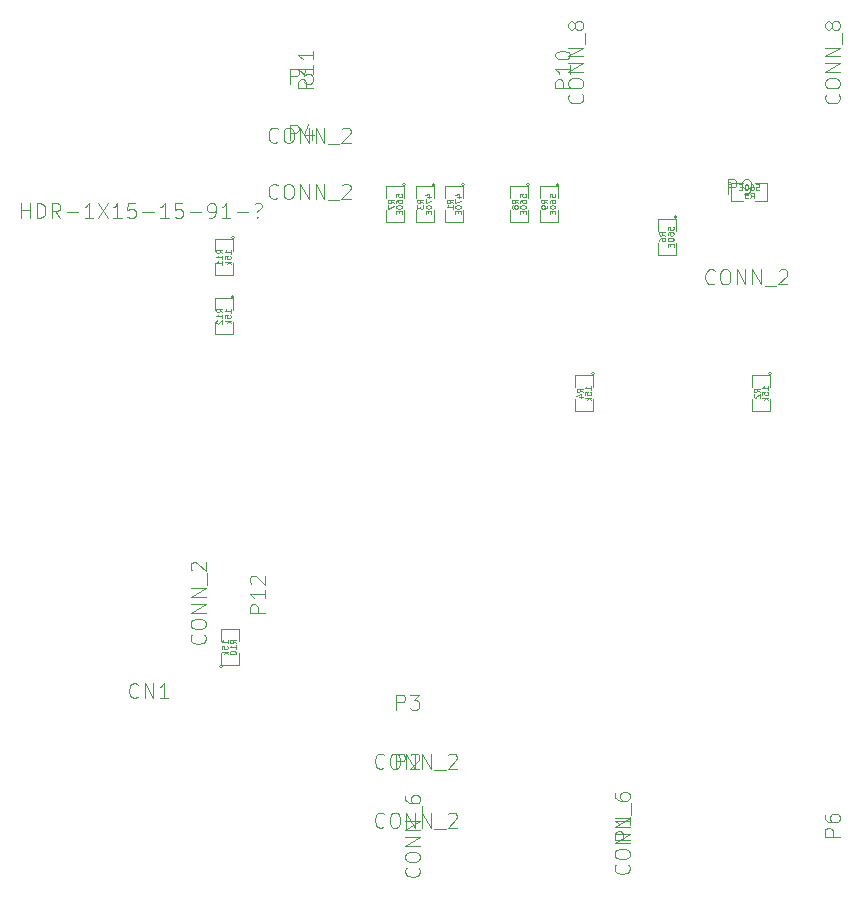
<source format=gbo>
G04 (created by PCBNEW (2013-07-07 BZR 4022)-stable) date 19-01-2019 19:24:24*
%MOIN*%
G04 Gerber Fmt 3.4, Leading zero omitted, Abs format*
%FSLAX34Y34*%
G01*
G70*
G90*
G04 APERTURE LIST*
%ADD10C,0.00590551*%
%ADD11C,0.0039*%
%ADD12C,0.0043*%
%ADD13C,0.0035*%
G04 APERTURE END LIST*
G54D10*
G54D11*
X82830Y-54271D02*
G75*
G03X82830Y-54271I-50J0D01*
G74*
G01*
X82780Y-54721D02*
X82780Y-54321D01*
X82780Y-54321D02*
X82180Y-54321D01*
X82180Y-54321D02*
X82180Y-54721D01*
X82180Y-55121D02*
X82180Y-55521D01*
X82180Y-55521D02*
X82780Y-55521D01*
X82780Y-55521D02*
X82780Y-55121D01*
X64916Y-51712D02*
G75*
G03X64916Y-51712I-50J0D01*
G74*
G01*
X64866Y-52162D02*
X64866Y-51762D01*
X64866Y-51762D02*
X64266Y-51762D01*
X64266Y-51762D02*
X64266Y-52162D01*
X64266Y-52562D02*
X64266Y-52962D01*
X64266Y-52962D02*
X64866Y-52962D01*
X64866Y-52962D02*
X64866Y-52562D01*
X64916Y-49743D02*
G75*
G03X64916Y-49743I-50J0D01*
G74*
G01*
X64866Y-50193D02*
X64866Y-49793D01*
X64866Y-49793D02*
X64266Y-49793D01*
X64266Y-49793D02*
X64266Y-50193D01*
X64266Y-50593D02*
X64266Y-50993D01*
X64266Y-50993D02*
X64866Y-50993D01*
X64866Y-50993D02*
X64866Y-50593D01*
X76924Y-54271D02*
G75*
G03X76924Y-54271I-50J0D01*
G74*
G01*
X76874Y-54721D02*
X76874Y-54321D01*
X76874Y-54321D02*
X76274Y-54321D01*
X76274Y-54321D02*
X76274Y-54721D01*
X76274Y-55121D02*
X76274Y-55521D01*
X76274Y-55521D02*
X76874Y-55521D01*
X76874Y-55521D02*
X76874Y-55121D01*
X64513Y-64035D02*
G75*
G03X64513Y-64035I-50J0D01*
G74*
G01*
X64463Y-63585D02*
X64463Y-63985D01*
X64463Y-63985D02*
X65063Y-63985D01*
X65063Y-63985D02*
X65063Y-63585D01*
X65063Y-63185D02*
X65063Y-62785D01*
X65063Y-62785D02*
X64463Y-62785D01*
X64463Y-62785D02*
X64463Y-63185D01*
X71609Y-47972D02*
G75*
G03X71609Y-47972I-50J0D01*
G74*
G01*
X71559Y-48422D02*
X71559Y-48022D01*
X71559Y-48022D02*
X70959Y-48022D01*
X70959Y-48022D02*
X70959Y-48422D01*
X70959Y-48822D02*
X70959Y-49222D01*
X70959Y-49222D02*
X71559Y-49222D01*
X71559Y-49222D02*
X71559Y-48822D01*
X72594Y-47972D02*
G75*
G03X72594Y-47972I-50J0D01*
G74*
G01*
X72544Y-48422D02*
X72544Y-48022D01*
X72544Y-48022D02*
X71944Y-48022D01*
X71944Y-48022D02*
X71944Y-48422D01*
X71944Y-48822D02*
X71944Y-49222D01*
X71944Y-49222D02*
X72544Y-49222D01*
X72544Y-49222D02*
X72544Y-48822D01*
X74759Y-47972D02*
G75*
G03X74759Y-47972I-50J0D01*
G74*
G01*
X74709Y-48422D02*
X74709Y-48022D01*
X74709Y-48022D02*
X74109Y-48022D01*
X74109Y-48022D02*
X74109Y-48422D01*
X74109Y-48822D02*
X74109Y-49222D01*
X74109Y-49222D02*
X74709Y-49222D01*
X74709Y-49222D02*
X74709Y-48822D01*
X75743Y-47972D02*
G75*
G03X75743Y-47972I-50J0D01*
G74*
G01*
X75693Y-48422D02*
X75693Y-48022D01*
X75693Y-48022D02*
X75093Y-48022D01*
X75093Y-48022D02*
X75093Y-48422D01*
X75093Y-48822D02*
X75093Y-49222D01*
X75093Y-49222D02*
X75693Y-49222D01*
X75693Y-49222D02*
X75693Y-48822D01*
X70625Y-47972D02*
G75*
G03X70625Y-47972I-50J0D01*
G74*
G01*
X70575Y-48422D02*
X70575Y-48022D01*
X70575Y-48022D02*
X69975Y-48022D01*
X69975Y-48022D02*
X69975Y-48422D01*
X69975Y-48822D02*
X69975Y-49222D01*
X69975Y-49222D02*
X70575Y-49222D01*
X70575Y-49222D02*
X70575Y-48822D01*
X81486Y-47928D02*
G75*
G03X81486Y-47928I-50J0D01*
G74*
G01*
X81886Y-47928D02*
X81486Y-47928D01*
X81486Y-47928D02*
X81486Y-48528D01*
X81486Y-48528D02*
X81886Y-48528D01*
X82286Y-48528D02*
X82686Y-48528D01*
X82686Y-48528D02*
X82686Y-47928D01*
X82686Y-47928D02*
X82286Y-47928D01*
X79680Y-49054D02*
G75*
G03X79680Y-49054I-50J0D01*
G74*
G01*
X79630Y-49504D02*
X79630Y-49104D01*
X79630Y-49104D02*
X79030Y-49104D01*
X79030Y-49104D02*
X79030Y-49504D01*
X79030Y-49904D02*
X79030Y-50304D01*
X79030Y-50304D02*
X79630Y-50304D01*
X79630Y-50304D02*
X79630Y-49904D01*
G54D12*
X82435Y-54888D02*
X82341Y-54822D01*
X82435Y-54775D02*
X82238Y-54775D01*
X82238Y-54850D01*
X82247Y-54869D01*
X82256Y-54879D01*
X82275Y-54888D01*
X82303Y-54888D01*
X82322Y-54879D01*
X82331Y-54869D01*
X82341Y-54850D01*
X82341Y-54775D01*
X82256Y-54963D02*
X82247Y-54972D01*
X82238Y-54991D01*
X82238Y-55038D01*
X82247Y-55057D01*
X82256Y-55066D01*
X82275Y-55076D01*
X82294Y-55076D01*
X82322Y-55066D01*
X82435Y-54954D01*
X82435Y-55076D01*
X82710Y-54803D02*
X82710Y-54691D01*
X82710Y-54747D02*
X82513Y-54747D01*
X82541Y-54728D01*
X82559Y-54710D01*
X82569Y-54691D01*
X82513Y-54982D02*
X82513Y-54888D01*
X82606Y-54879D01*
X82597Y-54888D01*
X82588Y-54907D01*
X82588Y-54954D01*
X82597Y-54972D01*
X82606Y-54982D01*
X82625Y-54991D01*
X82672Y-54991D01*
X82691Y-54982D01*
X82700Y-54972D01*
X82710Y-54954D01*
X82710Y-54907D01*
X82700Y-54888D01*
X82691Y-54879D01*
X82710Y-55076D02*
X82513Y-55076D01*
X82635Y-55094D02*
X82710Y-55151D01*
X82578Y-55151D02*
X82653Y-55076D01*
X64521Y-52235D02*
X64427Y-52169D01*
X64521Y-52122D02*
X64324Y-52122D01*
X64324Y-52198D01*
X64334Y-52216D01*
X64343Y-52226D01*
X64362Y-52235D01*
X64390Y-52235D01*
X64409Y-52226D01*
X64418Y-52216D01*
X64427Y-52198D01*
X64427Y-52122D01*
X64521Y-52423D02*
X64521Y-52310D01*
X64521Y-52366D02*
X64324Y-52366D01*
X64352Y-52348D01*
X64371Y-52329D01*
X64380Y-52310D01*
X64343Y-52498D02*
X64334Y-52507D01*
X64324Y-52526D01*
X64324Y-52573D01*
X64334Y-52592D01*
X64343Y-52601D01*
X64362Y-52610D01*
X64380Y-52610D01*
X64409Y-52601D01*
X64521Y-52488D01*
X64521Y-52610D01*
X64796Y-52244D02*
X64796Y-52132D01*
X64796Y-52188D02*
X64599Y-52188D01*
X64627Y-52169D01*
X64646Y-52151D01*
X64655Y-52132D01*
X64599Y-52423D02*
X64599Y-52329D01*
X64693Y-52319D01*
X64684Y-52329D01*
X64674Y-52348D01*
X64674Y-52395D01*
X64684Y-52413D01*
X64693Y-52423D01*
X64712Y-52432D01*
X64759Y-52432D01*
X64777Y-52423D01*
X64787Y-52413D01*
X64796Y-52395D01*
X64796Y-52348D01*
X64787Y-52329D01*
X64777Y-52319D01*
X64796Y-52516D02*
X64599Y-52516D01*
X64721Y-52535D02*
X64796Y-52592D01*
X64665Y-52592D02*
X64740Y-52516D01*
X64521Y-50267D02*
X64427Y-50201D01*
X64521Y-50154D02*
X64324Y-50154D01*
X64324Y-50229D01*
X64334Y-50248D01*
X64343Y-50257D01*
X64362Y-50267D01*
X64390Y-50267D01*
X64409Y-50257D01*
X64418Y-50248D01*
X64427Y-50229D01*
X64427Y-50154D01*
X64521Y-50454D02*
X64521Y-50342D01*
X64521Y-50398D02*
X64324Y-50398D01*
X64352Y-50379D01*
X64371Y-50360D01*
X64380Y-50342D01*
X64521Y-50642D02*
X64521Y-50529D01*
X64521Y-50586D02*
X64324Y-50586D01*
X64352Y-50567D01*
X64371Y-50548D01*
X64380Y-50529D01*
X64796Y-50276D02*
X64796Y-50163D01*
X64796Y-50220D02*
X64599Y-50220D01*
X64627Y-50201D01*
X64646Y-50182D01*
X64655Y-50163D01*
X64599Y-50454D02*
X64599Y-50360D01*
X64693Y-50351D01*
X64684Y-50360D01*
X64674Y-50379D01*
X64674Y-50426D01*
X64684Y-50445D01*
X64693Y-50454D01*
X64712Y-50464D01*
X64759Y-50464D01*
X64777Y-50454D01*
X64787Y-50445D01*
X64796Y-50426D01*
X64796Y-50379D01*
X64787Y-50360D01*
X64777Y-50351D01*
X64796Y-50548D02*
X64599Y-50548D01*
X64721Y-50567D02*
X64796Y-50623D01*
X64665Y-50623D02*
X64740Y-50548D01*
X76529Y-54888D02*
X76435Y-54822D01*
X76529Y-54775D02*
X76332Y-54775D01*
X76332Y-54850D01*
X76341Y-54869D01*
X76351Y-54879D01*
X76370Y-54888D01*
X76398Y-54888D01*
X76416Y-54879D01*
X76426Y-54869D01*
X76435Y-54850D01*
X76435Y-54775D01*
X76398Y-55057D02*
X76529Y-55057D01*
X76323Y-55010D02*
X76463Y-54963D01*
X76463Y-55085D01*
X76804Y-54803D02*
X76804Y-54691D01*
X76804Y-54747D02*
X76607Y-54747D01*
X76635Y-54728D01*
X76654Y-54710D01*
X76663Y-54691D01*
X76607Y-54982D02*
X76607Y-54888D01*
X76701Y-54879D01*
X76691Y-54888D01*
X76682Y-54907D01*
X76682Y-54954D01*
X76691Y-54972D01*
X76701Y-54982D01*
X76720Y-54991D01*
X76767Y-54991D01*
X76785Y-54982D01*
X76795Y-54972D01*
X76804Y-54954D01*
X76804Y-54907D01*
X76795Y-54888D01*
X76785Y-54879D01*
X76804Y-55076D02*
X76607Y-55076D01*
X76729Y-55094D02*
X76804Y-55151D01*
X76673Y-55151D02*
X76748Y-55076D01*
X64968Y-63259D02*
X64874Y-63193D01*
X64968Y-63146D02*
X64771Y-63146D01*
X64771Y-63221D01*
X64780Y-63240D01*
X64790Y-63249D01*
X64809Y-63259D01*
X64837Y-63259D01*
X64855Y-63249D01*
X64865Y-63240D01*
X64874Y-63221D01*
X64874Y-63146D01*
X64968Y-63446D02*
X64968Y-63334D01*
X64968Y-63390D02*
X64771Y-63390D01*
X64799Y-63371D01*
X64818Y-63352D01*
X64827Y-63334D01*
X64771Y-63568D02*
X64771Y-63587D01*
X64780Y-63606D01*
X64790Y-63615D01*
X64809Y-63625D01*
X64846Y-63634D01*
X64893Y-63634D01*
X64930Y-63625D01*
X64949Y-63615D01*
X64959Y-63606D01*
X64968Y-63587D01*
X64968Y-63568D01*
X64959Y-63549D01*
X64949Y-63540D01*
X64930Y-63531D01*
X64893Y-63521D01*
X64846Y-63521D01*
X64809Y-63531D01*
X64790Y-63540D01*
X64780Y-63549D01*
X64771Y-63568D01*
X64693Y-63268D02*
X64693Y-63155D01*
X64693Y-63212D02*
X64496Y-63212D01*
X64524Y-63193D01*
X64543Y-63174D01*
X64552Y-63155D01*
X64496Y-63446D02*
X64496Y-63352D01*
X64590Y-63343D01*
X64580Y-63352D01*
X64571Y-63371D01*
X64571Y-63418D01*
X64580Y-63437D01*
X64590Y-63446D01*
X64609Y-63456D01*
X64655Y-63456D01*
X64674Y-63446D01*
X64684Y-63437D01*
X64693Y-63418D01*
X64693Y-63371D01*
X64684Y-63352D01*
X64674Y-63343D01*
X64693Y-63540D02*
X64496Y-63540D01*
X64618Y-63559D02*
X64693Y-63615D01*
X64562Y-63615D02*
X64637Y-63540D01*
G54D13*
X61715Y-65044D02*
X61691Y-65068D01*
X61620Y-65092D01*
X61572Y-65092D01*
X61501Y-65068D01*
X61453Y-65020D01*
X61430Y-64973D01*
X61406Y-64877D01*
X61406Y-64806D01*
X61430Y-64711D01*
X61453Y-64663D01*
X61501Y-64615D01*
X61572Y-64592D01*
X61620Y-64592D01*
X61691Y-64615D01*
X61715Y-64639D01*
X61930Y-65092D02*
X61930Y-64592D01*
X62215Y-65092D01*
X62215Y-64592D01*
X62715Y-65092D02*
X62430Y-65092D01*
X62572Y-65092D02*
X62572Y-64592D01*
X62525Y-64663D01*
X62477Y-64711D01*
X62430Y-64735D01*
X57811Y-49092D02*
X57811Y-48592D01*
X57811Y-48830D02*
X58096Y-48830D01*
X58096Y-49092D02*
X58096Y-48592D01*
X58334Y-49092D02*
X58334Y-48592D01*
X58453Y-48592D01*
X58525Y-48615D01*
X58572Y-48663D01*
X58596Y-48711D01*
X58620Y-48806D01*
X58620Y-48877D01*
X58596Y-48973D01*
X58572Y-49020D01*
X58525Y-49068D01*
X58453Y-49092D01*
X58334Y-49092D01*
X59120Y-49092D02*
X58953Y-48854D01*
X58834Y-49092D02*
X58834Y-48592D01*
X59025Y-48592D01*
X59072Y-48615D01*
X59096Y-48639D01*
X59120Y-48687D01*
X59120Y-48758D01*
X59096Y-48806D01*
X59072Y-48830D01*
X59025Y-48854D01*
X58834Y-48854D01*
X59334Y-48901D02*
X59715Y-48901D01*
X60215Y-49092D02*
X59930Y-49092D01*
X60072Y-49092D02*
X60072Y-48592D01*
X60025Y-48663D01*
X59977Y-48711D01*
X59930Y-48735D01*
X60382Y-48592D02*
X60715Y-49092D01*
X60715Y-48592D02*
X60382Y-49092D01*
X61168Y-49092D02*
X60882Y-49092D01*
X61025Y-49092D02*
X61025Y-48592D01*
X60977Y-48663D01*
X60930Y-48711D01*
X60882Y-48735D01*
X61620Y-48592D02*
X61382Y-48592D01*
X61358Y-48830D01*
X61382Y-48806D01*
X61430Y-48782D01*
X61549Y-48782D01*
X61596Y-48806D01*
X61620Y-48830D01*
X61644Y-48877D01*
X61644Y-48996D01*
X61620Y-49044D01*
X61596Y-49068D01*
X61549Y-49092D01*
X61430Y-49092D01*
X61382Y-49068D01*
X61358Y-49044D01*
X61858Y-48901D02*
X62239Y-48901D01*
X62739Y-49092D02*
X62453Y-49092D01*
X62596Y-49092D02*
X62596Y-48592D01*
X62549Y-48663D01*
X62501Y-48711D01*
X62453Y-48735D01*
X63191Y-48592D02*
X62953Y-48592D01*
X62930Y-48830D01*
X62953Y-48806D01*
X63001Y-48782D01*
X63120Y-48782D01*
X63168Y-48806D01*
X63191Y-48830D01*
X63215Y-48877D01*
X63215Y-48996D01*
X63191Y-49044D01*
X63168Y-49068D01*
X63120Y-49092D01*
X63001Y-49092D01*
X62953Y-49068D01*
X62930Y-49044D01*
X63430Y-48901D02*
X63811Y-48901D01*
X64072Y-49092D02*
X64168Y-49092D01*
X64215Y-49068D01*
X64239Y-49044D01*
X64287Y-48973D01*
X64311Y-48877D01*
X64311Y-48687D01*
X64287Y-48639D01*
X64263Y-48615D01*
X64215Y-48592D01*
X64120Y-48592D01*
X64072Y-48615D01*
X64049Y-48639D01*
X64025Y-48687D01*
X64025Y-48806D01*
X64049Y-48854D01*
X64072Y-48877D01*
X64120Y-48901D01*
X64215Y-48901D01*
X64263Y-48877D01*
X64287Y-48854D01*
X64311Y-48806D01*
X64787Y-49092D02*
X64501Y-49092D01*
X64644Y-49092D02*
X64644Y-48592D01*
X64596Y-48663D01*
X64549Y-48711D01*
X64501Y-48735D01*
X65001Y-48901D02*
X65382Y-48901D01*
X65691Y-49044D02*
X65715Y-49068D01*
X65691Y-49092D01*
X65668Y-49068D01*
X65691Y-49044D01*
X65691Y-49092D01*
X65596Y-48615D02*
X65644Y-48592D01*
X65763Y-48592D01*
X65811Y-48615D01*
X65834Y-48663D01*
X65834Y-48711D01*
X65811Y-48758D01*
X65787Y-48782D01*
X65739Y-48806D01*
X65715Y-48830D01*
X65691Y-48877D01*
X65691Y-48901D01*
X76115Y-44754D02*
X75615Y-44754D01*
X75615Y-44564D01*
X75639Y-44516D01*
X75663Y-44492D01*
X75711Y-44469D01*
X75782Y-44469D01*
X75830Y-44492D01*
X75853Y-44516D01*
X75877Y-44564D01*
X75877Y-44754D01*
X76115Y-43992D02*
X76115Y-44278D01*
X76115Y-44135D02*
X75615Y-44135D01*
X75687Y-44183D01*
X75734Y-44230D01*
X75758Y-44278D01*
X75615Y-43683D02*
X75615Y-43635D01*
X75639Y-43588D01*
X75663Y-43564D01*
X75711Y-43540D01*
X75806Y-43516D01*
X75925Y-43516D01*
X76020Y-43540D01*
X76068Y-43564D01*
X76091Y-43588D01*
X76115Y-43635D01*
X76115Y-43683D01*
X76091Y-43730D01*
X76068Y-43754D01*
X76020Y-43778D01*
X75925Y-43802D01*
X75806Y-43802D01*
X75711Y-43778D01*
X75663Y-43754D01*
X75639Y-43730D01*
X75615Y-43683D01*
X85068Y-44957D02*
X85091Y-44980D01*
X85115Y-45052D01*
X85115Y-45100D01*
X85091Y-45171D01*
X85044Y-45219D01*
X84996Y-45242D01*
X84901Y-45266D01*
X84830Y-45266D01*
X84734Y-45242D01*
X84687Y-45219D01*
X84639Y-45171D01*
X84615Y-45100D01*
X84615Y-45052D01*
X84639Y-44980D01*
X84663Y-44957D01*
X84615Y-44647D02*
X84615Y-44552D01*
X84639Y-44504D01*
X84687Y-44457D01*
X84782Y-44433D01*
X84949Y-44433D01*
X85044Y-44457D01*
X85091Y-44504D01*
X85115Y-44552D01*
X85115Y-44647D01*
X85091Y-44695D01*
X85044Y-44742D01*
X84949Y-44766D01*
X84782Y-44766D01*
X84687Y-44742D01*
X84639Y-44695D01*
X84615Y-44647D01*
X85115Y-44219D02*
X84615Y-44219D01*
X85115Y-43933D01*
X84615Y-43933D01*
X85115Y-43695D02*
X84615Y-43695D01*
X85115Y-43409D01*
X84615Y-43409D01*
X85163Y-43290D02*
X85163Y-42909D01*
X84830Y-42719D02*
X84806Y-42766D01*
X84782Y-42790D01*
X84734Y-42814D01*
X84711Y-42814D01*
X84663Y-42790D01*
X84639Y-42766D01*
X84615Y-42719D01*
X84615Y-42623D01*
X84639Y-42576D01*
X84663Y-42552D01*
X84711Y-42528D01*
X84734Y-42528D01*
X84782Y-42552D01*
X84806Y-42576D01*
X84830Y-42623D01*
X84830Y-42719D01*
X84853Y-42766D01*
X84877Y-42790D01*
X84925Y-42814D01*
X85020Y-42814D01*
X85068Y-42790D01*
X85091Y-42766D01*
X85115Y-42719D01*
X85115Y-42623D01*
X85091Y-42576D01*
X85068Y-42552D01*
X85020Y-42528D01*
X84925Y-42528D01*
X84877Y-42552D01*
X84853Y-42576D01*
X84830Y-42623D01*
X67552Y-44754D02*
X67052Y-44754D01*
X67052Y-44564D01*
X67076Y-44516D01*
X67100Y-44492D01*
X67148Y-44469D01*
X67219Y-44469D01*
X67267Y-44492D01*
X67290Y-44516D01*
X67314Y-44564D01*
X67314Y-44754D01*
X67552Y-43992D02*
X67552Y-44278D01*
X67552Y-44135D02*
X67052Y-44135D01*
X67124Y-44183D01*
X67171Y-44230D01*
X67195Y-44278D01*
X67552Y-43516D02*
X67552Y-43802D01*
X67552Y-43659D02*
X67052Y-43659D01*
X67124Y-43707D01*
X67171Y-43754D01*
X67195Y-43802D01*
X76505Y-44957D02*
X76528Y-44980D01*
X76552Y-45052D01*
X76552Y-45100D01*
X76528Y-45171D01*
X76481Y-45219D01*
X76433Y-45242D01*
X76338Y-45266D01*
X76267Y-45266D01*
X76171Y-45242D01*
X76124Y-45219D01*
X76076Y-45171D01*
X76052Y-45100D01*
X76052Y-45052D01*
X76076Y-44980D01*
X76100Y-44957D01*
X76052Y-44647D02*
X76052Y-44552D01*
X76076Y-44504D01*
X76124Y-44457D01*
X76219Y-44433D01*
X76386Y-44433D01*
X76481Y-44457D01*
X76528Y-44504D01*
X76552Y-44552D01*
X76552Y-44647D01*
X76528Y-44695D01*
X76481Y-44742D01*
X76386Y-44766D01*
X76219Y-44766D01*
X76124Y-44742D01*
X76076Y-44695D01*
X76052Y-44647D01*
X76552Y-44219D02*
X76052Y-44219D01*
X76552Y-43933D01*
X76052Y-43933D01*
X76552Y-43695D02*
X76052Y-43695D01*
X76552Y-43409D01*
X76052Y-43409D01*
X76600Y-43290D02*
X76600Y-42909D01*
X76267Y-42719D02*
X76243Y-42766D01*
X76219Y-42790D01*
X76171Y-42814D01*
X76148Y-42814D01*
X76100Y-42790D01*
X76076Y-42766D01*
X76052Y-42719D01*
X76052Y-42623D01*
X76076Y-42576D01*
X76100Y-42552D01*
X76148Y-42528D01*
X76171Y-42528D01*
X76219Y-42552D01*
X76243Y-42576D01*
X76267Y-42623D01*
X76267Y-42719D01*
X76290Y-42766D01*
X76314Y-42790D01*
X76362Y-42814D01*
X76457Y-42814D01*
X76505Y-42790D01*
X76528Y-42766D01*
X76552Y-42719D01*
X76552Y-42623D01*
X76528Y-42576D01*
X76505Y-42552D01*
X76457Y-42528D01*
X76362Y-42528D01*
X76314Y-42552D01*
X76290Y-42576D01*
X76267Y-42623D01*
X78111Y-69804D02*
X77611Y-69804D01*
X77611Y-69613D01*
X77635Y-69565D01*
X77659Y-69542D01*
X77707Y-69518D01*
X77778Y-69518D01*
X77826Y-69542D01*
X77849Y-69565D01*
X77873Y-69613D01*
X77873Y-69804D01*
X78111Y-69042D02*
X78111Y-69327D01*
X78111Y-69185D02*
X77611Y-69185D01*
X77683Y-69232D01*
X77730Y-69280D01*
X77754Y-69327D01*
X71064Y-70744D02*
X71088Y-70768D01*
X71111Y-70839D01*
X71111Y-70887D01*
X71088Y-70958D01*
X71040Y-71006D01*
X70992Y-71030D01*
X70897Y-71054D01*
X70826Y-71054D01*
X70730Y-71030D01*
X70683Y-71006D01*
X70635Y-70958D01*
X70611Y-70887D01*
X70611Y-70839D01*
X70635Y-70768D01*
X70659Y-70744D01*
X70611Y-70435D02*
X70611Y-70339D01*
X70635Y-70292D01*
X70683Y-70244D01*
X70778Y-70220D01*
X70945Y-70220D01*
X71040Y-70244D01*
X71088Y-70292D01*
X71111Y-70339D01*
X71111Y-70435D01*
X71088Y-70482D01*
X71040Y-70530D01*
X70945Y-70554D01*
X70778Y-70554D01*
X70683Y-70530D01*
X70635Y-70482D01*
X70611Y-70435D01*
X71111Y-70006D02*
X70611Y-70006D01*
X71111Y-69720D01*
X70611Y-69720D01*
X71111Y-69482D02*
X70611Y-69482D01*
X71111Y-69196D01*
X70611Y-69196D01*
X71159Y-69077D02*
X71159Y-68696D01*
X70611Y-68363D02*
X70611Y-68458D01*
X70635Y-68506D01*
X70659Y-68530D01*
X70730Y-68577D01*
X70826Y-68601D01*
X71016Y-68601D01*
X71064Y-68577D01*
X71088Y-68554D01*
X71111Y-68506D01*
X71111Y-68411D01*
X71088Y-68363D01*
X71064Y-68339D01*
X71016Y-68315D01*
X70897Y-68315D01*
X70849Y-68339D01*
X70826Y-68363D01*
X70802Y-68411D01*
X70802Y-68506D01*
X70826Y-68554D01*
X70849Y-68577D01*
X70897Y-68601D01*
X81369Y-48300D02*
X81369Y-47800D01*
X81559Y-47800D01*
X81607Y-47824D01*
X81631Y-47848D01*
X81654Y-47896D01*
X81654Y-47967D01*
X81631Y-48015D01*
X81607Y-48038D01*
X81559Y-48062D01*
X81369Y-48062D01*
X81892Y-48300D02*
X81988Y-48300D01*
X82035Y-48276D01*
X82059Y-48253D01*
X82107Y-48181D01*
X82131Y-48086D01*
X82131Y-47896D01*
X82107Y-47848D01*
X82083Y-47824D01*
X82035Y-47800D01*
X81940Y-47800D01*
X81892Y-47824D01*
X81869Y-47848D01*
X81845Y-47896D01*
X81845Y-48015D01*
X81869Y-48062D01*
X81892Y-48086D01*
X81940Y-48110D01*
X82035Y-48110D01*
X82083Y-48086D01*
X82107Y-48062D01*
X82131Y-48015D01*
X80928Y-51253D02*
X80904Y-51276D01*
X80833Y-51300D01*
X80785Y-51300D01*
X80714Y-51276D01*
X80666Y-51229D01*
X80642Y-51181D01*
X80619Y-51086D01*
X80619Y-51015D01*
X80642Y-50919D01*
X80666Y-50872D01*
X80714Y-50824D01*
X80785Y-50800D01*
X80833Y-50800D01*
X80904Y-50824D01*
X80928Y-50848D01*
X81238Y-50800D02*
X81333Y-50800D01*
X81381Y-50824D01*
X81428Y-50872D01*
X81452Y-50967D01*
X81452Y-51134D01*
X81428Y-51229D01*
X81381Y-51276D01*
X81333Y-51300D01*
X81238Y-51300D01*
X81190Y-51276D01*
X81142Y-51229D01*
X81119Y-51134D01*
X81119Y-50967D01*
X81142Y-50872D01*
X81190Y-50824D01*
X81238Y-50800D01*
X81666Y-51300D02*
X81666Y-50800D01*
X81952Y-51300D01*
X81952Y-50800D01*
X82190Y-51300D02*
X82190Y-50800D01*
X82476Y-51300D01*
X82476Y-50800D01*
X82595Y-51348D02*
X82976Y-51348D01*
X83071Y-50848D02*
X83095Y-50824D01*
X83142Y-50800D01*
X83261Y-50800D01*
X83309Y-50824D01*
X83333Y-50848D01*
X83357Y-50896D01*
X83357Y-50943D01*
X83333Y-51015D01*
X83047Y-51300D01*
X83357Y-51300D01*
X66780Y-44606D02*
X66780Y-44106D01*
X66970Y-44106D01*
X67018Y-44130D01*
X67041Y-44154D01*
X67065Y-44201D01*
X67065Y-44273D01*
X67041Y-44320D01*
X67018Y-44344D01*
X66970Y-44368D01*
X66780Y-44368D01*
X67518Y-44106D02*
X67280Y-44106D01*
X67256Y-44344D01*
X67280Y-44320D01*
X67327Y-44296D01*
X67446Y-44296D01*
X67494Y-44320D01*
X67518Y-44344D01*
X67541Y-44392D01*
X67541Y-44511D01*
X67518Y-44558D01*
X67494Y-44582D01*
X67446Y-44606D01*
X67327Y-44606D01*
X67280Y-44582D01*
X67256Y-44558D01*
X66369Y-46528D02*
X66345Y-46552D01*
X66274Y-46576D01*
X66226Y-46576D01*
X66155Y-46552D01*
X66107Y-46504D01*
X66083Y-46457D01*
X66060Y-46362D01*
X66060Y-46290D01*
X66083Y-46195D01*
X66107Y-46147D01*
X66155Y-46100D01*
X66226Y-46076D01*
X66274Y-46076D01*
X66345Y-46100D01*
X66369Y-46124D01*
X66679Y-46076D02*
X66774Y-46076D01*
X66821Y-46100D01*
X66869Y-46147D01*
X66893Y-46243D01*
X66893Y-46409D01*
X66869Y-46504D01*
X66821Y-46552D01*
X66774Y-46576D01*
X66679Y-46576D01*
X66631Y-46552D01*
X66583Y-46504D01*
X66560Y-46409D01*
X66560Y-46243D01*
X66583Y-46147D01*
X66631Y-46100D01*
X66679Y-46076D01*
X67107Y-46576D02*
X67107Y-46076D01*
X67393Y-46576D01*
X67393Y-46076D01*
X67631Y-46576D02*
X67631Y-46076D01*
X67917Y-46576D01*
X67917Y-46076D01*
X68036Y-46624D02*
X68417Y-46624D01*
X68512Y-46124D02*
X68536Y-46100D01*
X68583Y-46076D01*
X68702Y-46076D01*
X68750Y-46100D01*
X68774Y-46124D01*
X68798Y-46171D01*
X68798Y-46219D01*
X68774Y-46290D01*
X68488Y-46576D01*
X68798Y-46576D01*
X70323Y-67441D02*
X70323Y-66941D01*
X70513Y-66941D01*
X70561Y-66964D01*
X70585Y-66988D01*
X70609Y-67036D01*
X70609Y-67107D01*
X70585Y-67155D01*
X70561Y-67179D01*
X70513Y-67202D01*
X70323Y-67202D01*
X70799Y-66988D02*
X70823Y-66964D01*
X70871Y-66941D01*
X70990Y-66941D01*
X71037Y-66964D01*
X71061Y-66988D01*
X71085Y-67036D01*
X71085Y-67083D01*
X71061Y-67155D01*
X70775Y-67441D01*
X71085Y-67441D01*
X69912Y-69363D02*
X69889Y-69387D01*
X69817Y-69411D01*
X69770Y-69411D01*
X69698Y-69387D01*
X69651Y-69339D01*
X69627Y-69291D01*
X69603Y-69196D01*
X69603Y-69125D01*
X69627Y-69030D01*
X69651Y-68982D01*
X69698Y-68934D01*
X69770Y-68911D01*
X69817Y-68911D01*
X69889Y-68934D01*
X69912Y-68958D01*
X70222Y-68911D02*
X70317Y-68911D01*
X70365Y-68934D01*
X70412Y-68982D01*
X70436Y-69077D01*
X70436Y-69244D01*
X70412Y-69339D01*
X70365Y-69387D01*
X70317Y-69411D01*
X70222Y-69411D01*
X70174Y-69387D01*
X70127Y-69339D01*
X70103Y-69244D01*
X70103Y-69077D01*
X70127Y-68982D01*
X70174Y-68934D01*
X70222Y-68911D01*
X70651Y-69411D02*
X70651Y-68911D01*
X70936Y-69411D01*
X70936Y-68911D01*
X71174Y-69411D02*
X71174Y-68911D01*
X71460Y-69411D01*
X71460Y-68911D01*
X71579Y-69458D02*
X71960Y-69458D01*
X72055Y-68958D02*
X72079Y-68934D01*
X72127Y-68911D01*
X72246Y-68911D01*
X72293Y-68934D01*
X72317Y-68958D01*
X72341Y-69006D01*
X72341Y-69053D01*
X72317Y-69125D01*
X72031Y-69411D01*
X72341Y-69411D01*
X65936Y-62244D02*
X65436Y-62244D01*
X65436Y-62053D01*
X65459Y-62006D01*
X65483Y-61982D01*
X65531Y-61958D01*
X65602Y-61958D01*
X65650Y-61982D01*
X65674Y-62006D01*
X65698Y-62053D01*
X65698Y-62244D01*
X65936Y-61482D02*
X65936Y-61768D01*
X65936Y-61625D02*
X65436Y-61625D01*
X65507Y-61673D01*
X65555Y-61720D01*
X65579Y-61768D01*
X65483Y-61292D02*
X65459Y-61268D01*
X65436Y-61220D01*
X65436Y-61101D01*
X65459Y-61053D01*
X65483Y-61030D01*
X65531Y-61006D01*
X65579Y-61006D01*
X65650Y-61030D01*
X65936Y-61315D01*
X65936Y-61006D01*
X63918Y-62976D02*
X63942Y-63000D01*
X63966Y-63072D01*
X63966Y-63119D01*
X63942Y-63191D01*
X63894Y-63238D01*
X63847Y-63262D01*
X63751Y-63286D01*
X63680Y-63286D01*
X63585Y-63262D01*
X63537Y-63238D01*
X63489Y-63191D01*
X63466Y-63119D01*
X63466Y-63072D01*
X63489Y-63000D01*
X63513Y-62976D01*
X63466Y-62667D02*
X63466Y-62572D01*
X63489Y-62524D01*
X63537Y-62476D01*
X63632Y-62453D01*
X63799Y-62453D01*
X63894Y-62476D01*
X63942Y-62524D01*
X63966Y-62572D01*
X63966Y-62667D01*
X63942Y-62714D01*
X63894Y-62762D01*
X63799Y-62786D01*
X63632Y-62786D01*
X63537Y-62762D01*
X63489Y-62714D01*
X63466Y-62667D01*
X63966Y-62238D02*
X63466Y-62238D01*
X63966Y-61953D01*
X63466Y-61953D01*
X63966Y-61714D02*
X63466Y-61714D01*
X63966Y-61429D01*
X63466Y-61429D01*
X64013Y-61310D02*
X64013Y-60929D01*
X63513Y-60833D02*
X63489Y-60810D01*
X63466Y-60762D01*
X63466Y-60643D01*
X63489Y-60595D01*
X63513Y-60572D01*
X63561Y-60548D01*
X63609Y-60548D01*
X63680Y-60572D01*
X63966Y-60857D01*
X63966Y-60548D01*
X85100Y-69705D02*
X84600Y-69705D01*
X84600Y-69515D01*
X84623Y-69467D01*
X84647Y-69443D01*
X84695Y-69419D01*
X84766Y-69419D01*
X84814Y-69443D01*
X84838Y-69467D01*
X84861Y-69515D01*
X84861Y-69705D01*
X84600Y-68991D02*
X84600Y-69086D01*
X84623Y-69134D01*
X84647Y-69158D01*
X84719Y-69205D01*
X84814Y-69229D01*
X85004Y-69229D01*
X85052Y-69205D01*
X85076Y-69181D01*
X85100Y-69134D01*
X85100Y-69038D01*
X85076Y-68991D01*
X85052Y-68967D01*
X85004Y-68943D01*
X84885Y-68943D01*
X84838Y-68967D01*
X84814Y-68991D01*
X84790Y-69038D01*
X84790Y-69134D01*
X84814Y-69181D01*
X84838Y-69205D01*
X84885Y-69229D01*
X78052Y-70646D02*
X78076Y-70669D01*
X78100Y-70741D01*
X78100Y-70788D01*
X78076Y-70860D01*
X78028Y-70908D01*
X77980Y-70931D01*
X77885Y-70955D01*
X77814Y-70955D01*
X77719Y-70931D01*
X77671Y-70908D01*
X77623Y-70860D01*
X77600Y-70788D01*
X77600Y-70741D01*
X77623Y-70669D01*
X77647Y-70646D01*
X77600Y-70336D02*
X77600Y-70241D01*
X77623Y-70193D01*
X77671Y-70146D01*
X77766Y-70122D01*
X77933Y-70122D01*
X78028Y-70146D01*
X78076Y-70193D01*
X78100Y-70241D01*
X78100Y-70336D01*
X78076Y-70384D01*
X78028Y-70431D01*
X77933Y-70455D01*
X77766Y-70455D01*
X77671Y-70431D01*
X77623Y-70384D01*
X77600Y-70336D01*
X78100Y-69908D02*
X77600Y-69908D01*
X78100Y-69622D01*
X77600Y-69622D01*
X78100Y-69384D02*
X77600Y-69384D01*
X78100Y-69098D01*
X77600Y-69098D01*
X78147Y-68979D02*
X78147Y-68598D01*
X77600Y-68265D02*
X77600Y-68360D01*
X77623Y-68408D01*
X77647Y-68431D01*
X77719Y-68479D01*
X77814Y-68503D01*
X78004Y-68503D01*
X78052Y-68479D01*
X78076Y-68455D01*
X78100Y-68408D01*
X78100Y-68312D01*
X78076Y-68265D01*
X78052Y-68241D01*
X78004Y-68217D01*
X77885Y-68217D01*
X77838Y-68241D01*
X77814Y-68265D01*
X77790Y-68312D01*
X77790Y-68408D01*
X77814Y-68455D01*
X77838Y-68479D01*
X77885Y-68503D01*
X70323Y-65472D02*
X70323Y-64972D01*
X70513Y-64972D01*
X70561Y-64996D01*
X70585Y-65020D01*
X70609Y-65067D01*
X70609Y-65139D01*
X70585Y-65186D01*
X70561Y-65210D01*
X70513Y-65234D01*
X70323Y-65234D01*
X70775Y-64972D02*
X71085Y-64972D01*
X70918Y-65163D01*
X70990Y-65163D01*
X71037Y-65186D01*
X71061Y-65210D01*
X71085Y-65258D01*
X71085Y-65377D01*
X71061Y-65424D01*
X71037Y-65448D01*
X70990Y-65472D01*
X70847Y-65472D01*
X70799Y-65448D01*
X70775Y-65424D01*
X69912Y-67394D02*
X69889Y-67418D01*
X69817Y-67442D01*
X69770Y-67442D01*
X69698Y-67418D01*
X69651Y-67371D01*
X69627Y-67323D01*
X69603Y-67228D01*
X69603Y-67156D01*
X69627Y-67061D01*
X69651Y-67013D01*
X69698Y-66966D01*
X69770Y-66942D01*
X69817Y-66942D01*
X69889Y-66966D01*
X69912Y-66990D01*
X70222Y-66942D02*
X70317Y-66942D01*
X70365Y-66966D01*
X70412Y-67013D01*
X70436Y-67109D01*
X70436Y-67275D01*
X70412Y-67371D01*
X70365Y-67418D01*
X70317Y-67442D01*
X70222Y-67442D01*
X70174Y-67418D01*
X70127Y-67371D01*
X70103Y-67275D01*
X70103Y-67109D01*
X70127Y-67013D01*
X70174Y-66966D01*
X70222Y-66942D01*
X70651Y-67442D02*
X70651Y-66942D01*
X70936Y-67442D01*
X70936Y-66942D01*
X71174Y-67442D02*
X71174Y-66942D01*
X71460Y-67442D01*
X71460Y-66942D01*
X71579Y-67490D02*
X71960Y-67490D01*
X72055Y-66990D02*
X72079Y-66966D01*
X72127Y-66942D01*
X72246Y-66942D01*
X72293Y-66966D01*
X72317Y-66990D01*
X72341Y-67037D01*
X72341Y-67085D01*
X72317Y-67156D01*
X72031Y-67442D01*
X72341Y-67442D01*
X66780Y-46476D02*
X66780Y-45976D01*
X66970Y-45976D01*
X67018Y-46000D01*
X67041Y-46024D01*
X67065Y-46071D01*
X67065Y-46143D01*
X67041Y-46190D01*
X67018Y-46214D01*
X66970Y-46238D01*
X66780Y-46238D01*
X67494Y-46143D02*
X67494Y-46476D01*
X67375Y-45952D02*
X67256Y-46309D01*
X67565Y-46309D01*
X66369Y-48398D02*
X66345Y-48422D01*
X66274Y-48446D01*
X66226Y-48446D01*
X66155Y-48422D01*
X66107Y-48375D01*
X66083Y-48327D01*
X66060Y-48232D01*
X66060Y-48160D01*
X66083Y-48065D01*
X66107Y-48017D01*
X66155Y-47970D01*
X66226Y-47946D01*
X66274Y-47946D01*
X66345Y-47970D01*
X66369Y-47994D01*
X66679Y-47946D02*
X66774Y-47946D01*
X66821Y-47970D01*
X66869Y-48017D01*
X66893Y-48113D01*
X66893Y-48279D01*
X66869Y-48375D01*
X66821Y-48422D01*
X66774Y-48446D01*
X66679Y-48446D01*
X66631Y-48422D01*
X66583Y-48375D01*
X66560Y-48279D01*
X66560Y-48113D01*
X66583Y-48017D01*
X66631Y-47970D01*
X66679Y-47946D01*
X67107Y-48446D02*
X67107Y-47946D01*
X67393Y-48446D01*
X67393Y-47946D01*
X67631Y-48446D02*
X67631Y-47946D01*
X67917Y-48446D01*
X67917Y-47946D01*
X68036Y-48494D02*
X68417Y-48494D01*
X68512Y-47994D02*
X68536Y-47970D01*
X68583Y-47946D01*
X68702Y-47946D01*
X68750Y-47970D01*
X68774Y-47994D01*
X68798Y-48041D01*
X68798Y-48089D01*
X68774Y-48160D01*
X68488Y-48446D01*
X68798Y-48446D01*
G54D12*
X71214Y-48589D02*
X71120Y-48523D01*
X71214Y-48476D02*
X71017Y-48476D01*
X71017Y-48551D01*
X71026Y-48570D01*
X71036Y-48579D01*
X71055Y-48589D01*
X71083Y-48589D01*
X71102Y-48579D01*
X71111Y-48570D01*
X71120Y-48551D01*
X71120Y-48476D01*
X71017Y-48654D02*
X71017Y-48776D01*
X71092Y-48711D01*
X71092Y-48739D01*
X71102Y-48758D01*
X71111Y-48767D01*
X71130Y-48776D01*
X71177Y-48776D01*
X71195Y-48767D01*
X71205Y-48758D01*
X71214Y-48739D01*
X71214Y-48683D01*
X71205Y-48664D01*
X71195Y-48654D01*
X71358Y-48382D02*
X71489Y-48382D01*
X71283Y-48335D02*
X71423Y-48289D01*
X71423Y-48410D01*
X71292Y-48467D02*
X71292Y-48598D01*
X71489Y-48514D01*
X71292Y-48711D02*
X71292Y-48729D01*
X71301Y-48748D01*
X71311Y-48758D01*
X71330Y-48767D01*
X71367Y-48776D01*
X71414Y-48776D01*
X71452Y-48767D01*
X71470Y-48758D01*
X71480Y-48748D01*
X71489Y-48729D01*
X71489Y-48711D01*
X71480Y-48692D01*
X71470Y-48683D01*
X71452Y-48673D01*
X71414Y-48664D01*
X71367Y-48664D01*
X71330Y-48673D01*
X71311Y-48683D01*
X71301Y-48692D01*
X71292Y-48711D01*
X71386Y-48861D02*
X71386Y-48926D01*
X71489Y-48955D02*
X71489Y-48861D01*
X71292Y-48861D01*
X71292Y-48955D01*
X72198Y-48589D02*
X72105Y-48523D01*
X72198Y-48476D02*
X72001Y-48476D01*
X72001Y-48551D01*
X72011Y-48570D01*
X72020Y-48579D01*
X72039Y-48589D01*
X72067Y-48589D01*
X72086Y-48579D01*
X72095Y-48570D01*
X72105Y-48551D01*
X72105Y-48476D01*
X72198Y-48776D02*
X72198Y-48664D01*
X72198Y-48720D02*
X72001Y-48720D01*
X72029Y-48701D01*
X72048Y-48683D01*
X72058Y-48664D01*
X72342Y-48382D02*
X72473Y-48382D01*
X72267Y-48335D02*
X72408Y-48289D01*
X72408Y-48410D01*
X72276Y-48467D02*
X72276Y-48598D01*
X72473Y-48514D01*
X72276Y-48711D02*
X72276Y-48729D01*
X72286Y-48748D01*
X72295Y-48758D01*
X72314Y-48767D01*
X72351Y-48776D01*
X72398Y-48776D01*
X72436Y-48767D01*
X72455Y-48758D01*
X72464Y-48748D01*
X72473Y-48729D01*
X72473Y-48711D01*
X72464Y-48692D01*
X72455Y-48683D01*
X72436Y-48673D01*
X72398Y-48664D01*
X72351Y-48664D01*
X72314Y-48673D01*
X72295Y-48683D01*
X72286Y-48692D01*
X72276Y-48711D01*
X72370Y-48861D02*
X72370Y-48926D01*
X72473Y-48955D02*
X72473Y-48861D01*
X72276Y-48861D01*
X72276Y-48955D01*
X74364Y-48589D02*
X74270Y-48523D01*
X74364Y-48476D02*
X74167Y-48476D01*
X74167Y-48551D01*
X74176Y-48570D01*
X74185Y-48579D01*
X74204Y-48589D01*
X74232Y-48589D01*
X74251Y-48579D01*
X74260Y-48570D01*
X74270Y-48551D01*
X74270Y-48476D01*
X74251Y-48701D02*
X74242Y-48683D01*
X74232Y-48673D01*
X74214Y-48664D01*
X74204Y-48664D01*
X74185Y-48673D01*
X74176Y-48683D01*
X74167Y-48701D01*
X74167Y-48739D01*
X74176Y-48758D01*
X74185Y-48767D01*
X74204Y-48776D01*
X74214Y-48776D01*
X74232Y-48767D01*
X74242Y-48758D01*
X74251Y-48739D01*
X74251Y-48701D01*
X74260Y-48683D01*
X74270Y-48673D01*
X74289Y-48664D01*
X74326Y-48664D01*
X74345Y-48673D01*
X74354Y-48683D01*
X74364Y-48701D01*
X74364Y-48739D01*
X74354Y-48758D01*
X74345Y-48767D01*
X74326Y-48776D01*
X74289Y-48776D01*
X74270Y-48767D01*
X74260Y-48758D01*
X74251Y-48739D01*
X74442Y-48392D02*
X74442Y-48298D01*
X74535Y-48289D01*
X74526Y-48298D01*
X74517Y-48317D01*
X74517Y-48364D01*
X74526Y-48382D01*
X74535Y-48392D01*
X74554Y-48401D01*
X74601Y-48401D01*
X74620Y-48392D01*
X74629Y-48382D01*
X74639Y-48364D01*
X74639Y-48317D01*
X74629Y-48298D01*
X74620Y-48289D01*
X74442Y-48570D02*
X74442Y-48532D01*
X74451Y-48514D01*
X74460Y-48504D01*
X74489Y-48486D01*
X74526Y-48476D01*
X74601Y-48476D01*
X74620Y-48486D01*
X74629Y-48495D01*
X74639Y-48514D01*
X74639Y-48551D01*
X74629Y-48570D01*
X74620Y-48579D01*
X74601Y-48589D01*
X74554Y-48589D01*
X74535Y-48579D01*
X74526Y-48570D01*
X74517Y-48551D01*
X74517Y-48514D01*
X74526Y-48495D01*
X74535Y-48486D01*
X74554Y-48476D01*
X74442Y-48711D02*
X74442Y-48729D01*
X74451Y-48748D01*
X74460Y-48758D01*
X74479Y-48767D01*
X74517Y-48776D01*
X74564Y-48776D01*
X74601Y-48767D01*
X74620Y-48758D01*
X74629Y-48748D01*
X74639Y-48729D01*
X74639Y-48711D01*
X74629Y-48692D01*
X74620Y-48683D01*
X74601Y-48673D01*
X74564Y-48664D01*
X74517Y-48664D01*
X74479Y-48673D01*
X74460Y-48683D01*
X74451Y-48692D01*
X74442Y-48711D01*
X74535Y-48861D02*
X74535Y-48926D01*
X74639Y-48955D02*
X74639Y-48861D01*
X74442Y-48861D01*
X74442Y-48955D01*
X75348Y-48589D02*
X75254Y-48523D01*
X75348Y-48476D02*
X75151Y-48476D01*
X75151Y-48551D01*
X75160Y-48570D01*
X75170Y-48579D01*
X75188Y-48589D01*
X75217Y-48589D01*
X75235Y-48579D01*
X75245Y-48570D01*
X75254Y-48551D01*
X75254Y-48476D01*
X75348Y-48683D02*
X75348Y-48720D01*
X75339Y-48739D01*
X75329Y-48748D01*
X75301Y-48767D01*
X75264Y-48776D01*
X75188Y-48776D01*
X75170Y-48767D01*
X75160Y-48758D01*
X75151Y-48739D01*
X75151Y-48701D01*
X75160Y-48683D01*
X75170Y-48673D01*
X75188Y-48664D01*
X75235Y-48664D01*
X75254Y-48673D01*
X75264Y-48683D01*
X75273Y-48701D01*
X75273Y-48739D01*
X75264Y-48758D01*
X75254Y-48767D01*
X75235Y-48776D01*
X75426Y-48392D02*
X75426Y-48298D01*
X75520Y-48289D01*
X75510Y-48298D01*
X75501Y-48317D01*
X75501Y-48364D01*
X75510Y-48382D01*
X75520Y-48392D01*
X75539Y-48401D01*
X75585Y-48401D01*
X75604Y-48392D01*
X75614Y-48382D01*
X75623Y-48364D01*
X75623Y-48317D01*
X75614Y-48298D01*
X75604Y-48289D01*
X75426Y-48570D02*
X75426Y-48532D01*
X75435Y-48514D01*
X75445Y-48504D01*
X75473Y-48486D01*
X75510Y-48476D01*
X75585Y-48476D01*
X75604Y-48486D01*
X75614Y-48495D01*
X75623Y-48514D01*
X75623Y-48551D01*
X75614Y-48570D01*
X75604Y-48579D01*
X75585Y-48589D01*
X75539Y-48589D01*
X75520Y-48579D01*
X75510Y-48570D01*
X75501Y-48551D01*
X75501Y-48514D01*
X75510Y-48495D01*
X75520Y-48486D01*
X75539Y-48476D01*
X75426Y-48711D02*
X75426Y-48729D01*
X75435Y-48748D01*
X75445Y-48758D01*
X75463Y-48767D01*
X75501Y-48776D01*
X75548Y-48776D01*
X75585Y-48767D01*
X75604Y-48758D01*
X75614Y-48748D01*
X75623Y-48729D01*
X75623Y-48711D01*
X75614Y-48692D01*
X75604Y-48683D01*
X75585Y-48673D01*
X75548Y-48664D01*
X75501Y-48664D01*
X75463Y-48673D01*
X75445Y-48683D01*
X75435Y-48692D01*
X75426Y-48711D01*
X75520Y-48861D02*
X75520Y-48926D01*
X75623Y-48955D02*
X75623Y-48861D01*
X75426Y-48861D01*
X75426Y-48955D01*
X70230Y-48589D02*
X70136Y-48523D01*
X70230Y-48476D02*
X70033Y-48476D01*
X70033Y-48551D01*
X70042Y-48570D01*
X70052Y-48579D01*
X70070Y-48589D01*
X70098Y-48589D01*
X70117Y-48579D01*
X70127Y-48570D01*
X70136Y-48551D01*
X70136Y-48476D01*
X70033Y-48654D02*
X70033Y-48786D01*
X70230Y-48701D01*
X70308Y-48392D02*
X70308Y-48298D01*
X70402Y-48289D01*
X70392Y-48298D01*
X70383Y-48317D01*
X70383Y-48364D01*
X70392Y-48382D01*
X70402Y-48392D01*
X70420Y-48401D01*
X70467Y-48401D01*
X70486Y-48392D01*
X70495Y-48382D01*
X70505Y-48364D01*
X70505Y-48317D01*
X70495Y-48298D01*
X70486Y-48289D01*
X70308Y-48570D02*
X70308Y-48532D01*
X70317Y-48514D01*
X70327Y-48504D01*
X70355Y-48486D01*
X70392Y-48476D01*
X70467Y-48476D01*
X70486Y-48486D01*
X70495Y-48495D01*
X70505Y-48514D01*
X70505Y-48551D01*
X70495Y-48570D01*
X70486Y-48579D01*
X70467Y-48589D01*
X70420Y-48589D01*
X70402Y-48579D01*
X70392Y-48570D01*
X70383Y-48551D01*
X70383Y-48514D01*
X70392Y-48495D01*
X70402Y-48486D01*
X70420Y-48476D01*
X70308Y-48711D02*
X70308Y-48729D01*
X70317Y-48748D01*
X70327Y-48758D01*
X70345Y-48767D01*
X70383Y-48776D01*
X70430Y-48776D01*
X70467Y-48767D01*
X70486Y-48758D01*
X70495Y-48748D01*
X70505Y-48729D01*
X70505Y-48711D01*
X70495Y-48692D01*
X70486Y-48683D01*
X70467Y-48673D01*
X70430Y-48664D01*
X70383Y-48664D01*
X70345Y-48673D01*
X70327Y-48683D01*
X70317Y-48692D01*
X70308Y-48711D01*
X70402Y-48861D02*
X70402Y-48926D01*
X70505Y-48955D02*
X70505Y-48861D01*
X70308Y-48861D01*
X70308Y-48955D01*
X82119Y-48433D02*
X82185Y-48339D01*
X82232Y-48433D02*
X82232Y-48236D01*
X82156Y-48236D01*
X82138Y-48245D01*
X82128Y-48254D01*
X82119Y-48273D01*
X82119Y-48301D01*
X82128Y-48320D01*
X82138Y-48329D01*
X82156Y-48339D01*
X82232Y-48339D01*
X81941Y-48236D02*
X82035Y-48236D01*
X82044Y-48329D01*
X82035Y-48320D01*
X82016Y-48311D01*
X81969Y-48311D01*
X81950Y-48320D01*
X81941Y-48329D01*
X81931Y-48348D01*
X81931Y-48395D01*
X81941Y-48414D01*
X81950Y-48423D01*
X81969Y-48433D01*
X82016Y-48433D01*
X82035Y-48423D01*
X82044Y-48414D01*
X82316Y-47961D02*
X82410Y-47961D01*
X82419Y-48054D01*
X82410Y-48045D01*
X82391Y-48036D01*
X82344Y-48036D01*
X82325Y-48045D01*
X82316Y-48054D01*
X82307Y-48073D01*
X82307Y-48120D01*
X82316Y-48139D01*
X82325Y-48148D01*
X82344Y-48158D01*
X82391Y-48158D01*
X82410Y-48148D01*
X82419Y-48139D01*
X82138Y-47961D02*
X82175Y-47961D01*
X82194Y-47970D01*
X82203Y-47979D01*
X82222Y-48007D01*
X82232Y-48045D01*
X82232Y-48120D01*
X82222Y-48139D01*
X82213Y-48148D01*
X82194Y-48158D01*
X82156Y-48158D01*
X82138Y-48148D01*
X82128Y-48139D01*
X82119Y-48120D01*
X82119Y-48073D01*
X82128Y-48054D01*
X82138Y-48045D01*
X82156Y-48036D01*
X82194Y-48036D01*
X82213Y-48045D01*
X82222Y-48054D01*
X82232Y-48073D01*
X81997Y-47961D02*
X81978Y-47961D01*
X81959Y-47970D01*
X81950Y-47979D01*
X81941Y-47998D01*
X81931Y-48036D01*
X81931Y-48083D01*
X81941Y-48120D01*
X81950Y-48139D01*
X81959Y-48148D01*
X81978Y-48158D01*
X81997Y-48158D01*
X82016Y-48148D01*
X82025Y-48139D01*
X82035Y-48120D01*
X82044Y-48083D01*
X82044Y-48036D01*
X82035Y-47998D01*
X82025Y-47979D01*
X82016Y-47970D01*
X81997Y-47961D01*
X81847Y-48054D02*
X81781Y-48054D01*
X81753Y-48158D02*
X81847Y-48158D01*
X81847Y-47961D01*
X81753Y-47961D01*
X79285Y-49671D02*
X79191Y-49606D01*
X79285Y-49559D02*
X79088Y-49559D01*
X79088Y-49634D01*
X79097Y-49653D01*
X79107Y-49662D01*
X79125Y-49671D01*
X79154Y-49671D01*
X79172Y-49662D01*
X79182Y-49653D01*
X79191Y-49634D01*
X79191Y-49559D01*
X79088Y-49840D02*
X79088Y-49803D01*
X79097Y-49784D01*
X79107Y-49775D01*
X79135Y-49756D01*
X79172Y-49746D01*
X79247Y-49746D01*
X79266Y-49756D01*
X79276Y-49765D01*
X79285Y-49784D01*
X79285Y-49821D01*
X79276Y-49840D01*
X79266Y-49850D01*
X79247Y-49859D01*
X79201Y-49859D01*
X79182Y-49850D01*
X79172Y-49840D01*
X79163Y-49821D01*
X79163Y-49784D01*
X79172Y-49765D01*
X79182Y-49756D01*
X79201Y-49746D01*
X79363Y-49474D02*
X79363Y-49381D01*
X79457Y-49371D01*
X79447Y-49381D01*
X79438Y-49399D01*
X79438Y-49446D01*
X79447Y-49465D01*
X79457Y-49474D01*
X79476Y-49484D01*
X79522Y-49484D01*
X79541Y-49474D01*
X79551Y-49465D01*
X79560Y-49446D01*
X79560Y-49399D01*
X79551Y-49381D01*
X79541Y-49371D01*
X79363Y-49653D02*
X79363Y-49615D01*
X79372Y-49596D01*
X79382Y-49587D01*
X79410Y-49568D01*
X79447Y-49559D01*
X79522Y-49559D01*
X79541Y-49568D01*
X79551Y-49578D01*
X79560Y-49596D01*
X79560Y-49634D01*
X79551Y-49653D01*
X79541Y-49662D01*
X79522Y-49671D01*
X79476Y-49671D01*
X79457Y-49662D01*
X79447Y-49653D01*
X79438Y-49634D01*
X79438Y-49596D01*
X79447Y-49578D01*
X79457Y-49568D01*
X79476Y-49559D01*
X79363Y-49793D02*
X79363Y-49812D01*
X79372Y-49831D01*
X79382Y-49840D01*
X79400Y-49850D01*
X79438Y-49859D01*
X79485Y-49859D01*
X79522Y-49850D01*
X79541Y-49840D01*
X79551Y-49831D01*
X79560Y-49812D01*
X79560Y-49793D01*
X79551Y-49775D01*
X79541Y-49765D01*
X79522Y-49756D01*
X79485Y-49746D01*
X79438Y-49746D01*
X79400Y-49756D01*
X79382Y-49765D01*
X79372Y-49775D01*
X79363Y-49793D01*
X79457Y-49943D02*
X79457Y-50009D01*
X79560Y-50037D02*
X79560Y-49943D01*
X79363Y-49943D01*
X79363Y-50037D01*
M02*

</source>
